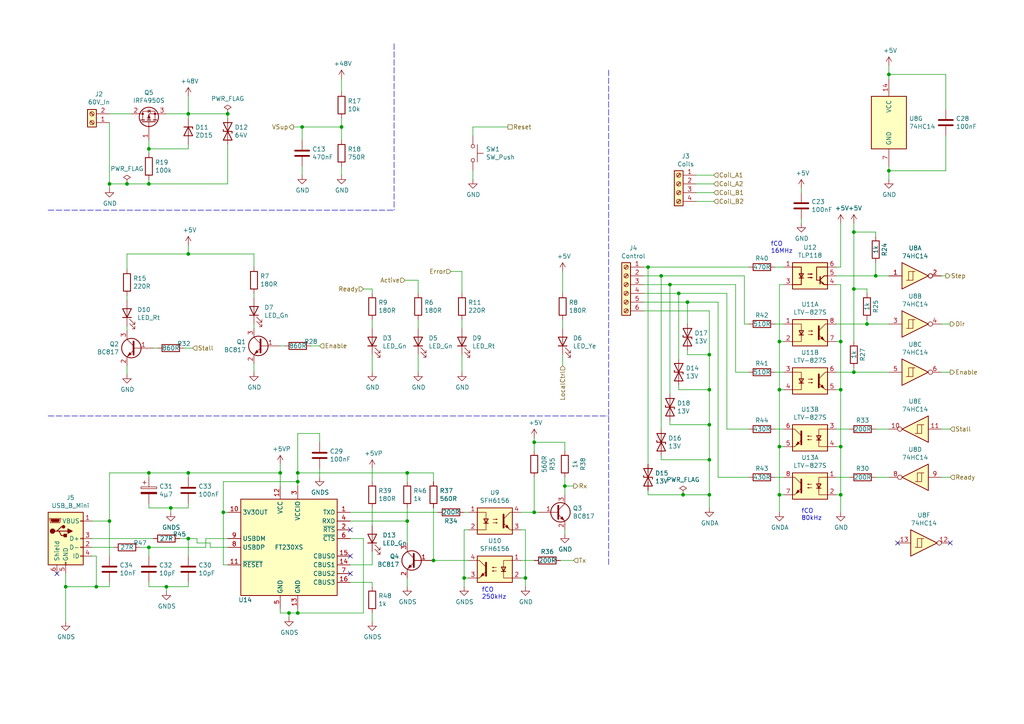
<source format=kicad_sch>
(kicad_sch (version 20211123) (generator eeschema)
  (paper "A4")
  (title_block (title "High Power Stepper Driver") (date "2019-12-19") (rev "1.0") (company "fordprfkt@googlemail.com") (comment 1 "Daniel Walter"))
  (junction (at 247.65 107.95))
  (junction (at 19.05 170.18))
  (junction (at 152.4 167.64))
  (junction (at 54.61 73.66))
  (junction (at 205.74 133.35))
  (junction (at 31.75 151.13))
  (junction (at 243.84 99.06))
  (junction (at 125.73 162.56))
  (junction (at 194.31 82.55))
  (junction (at 191.77 80.01))
  (junction (at 254 80.01))
  (junction (at 198.12 143.51))
  (junction (at 243.84 113.03))
  (junction (at 118.11 151.13))
  (junction (at 226.06 113.03))
  (junction (at 257.81 49.53))
  (junction (at 257.81 21.59))
  (junction (at 64.77 148.59))
  (junction (at 163.83 140.97))
  (junction (at 49.53 147.32))
  (junction (at 196.85 85.09))
  (junction (at 247.65 67.31))
  (junction (at 199.39 87.63))
  (junction (at 226.06 99.06))
  (junction (at 187.96 77.47))
  (junction (at 54.61 156.21))
  (junction (at 83.82 177.8))
  (junction (at 99.06 36.83))
  (junction (at 205.74 123.19))
  (junction (at 243.84 143.51))
  (junction (at 54.61 137.16))
  (junction (at 243.84 129.54))
  (junction (at 48.26 170.18))
  (junction (at 205.74 143.51))
  (junction (at 36.83 53.34))
  (junction (at 81.28 137.16))
  (junction (at 66.04 33.02))
  (junction (at 43.18 158.75))
  (junction (at 226.06 143.51))
  (junction (at 86.36 177.8))
  (junction (at 154.94 128.27))
  (junction (at 154.94 148.59))
  (junction (at 54.61 33.02))
  (junction (at 134.62 167.64))
  (junction (at 86.36 139.7))
  (junction (at 87.63 36.83))
  (junction (at 251.46 93.98))
  (junction (at 43.18 137.16))
  (junction (at 205.74 102.87))
  (junction (at 205.74 113.03))
  (junction (at 118.11 137.16))
  (junction (at 27.94 170.18))
  (junction (at 226.06 129.54))
  (junction (at 86.36 137.16))
  (junction (at 43.18 43.18))
  (junction (at 31.75 53.34))
  (junction (at 247.65 83.82))
  (junction (at 43.18 53.34))
  (no_connect (at 16.51 166.37))
  (no_connect (at 275.59 157.48))
  (no_connect (at 101.6 166.37))
  (no_connect (at 101.6 161.29))
  (no_connect (at 101.6 153.67))
  (no_connect (at 260.35 157.48))
  (wire (pts (xy 55.88 100.965) (xy 53.34 100.965)))
  (wire (pts (xy 226.06 99.06) (xy 226.06 82.55)))
  (wire (pts (xy 31.75 33.02) (xy 38.1 33.02)))
  (wire (pts (xy 163.83 140.97) (xy 163.83 143.51)))
  (wire (pts (xy 137.16 36.83) (xy 137.16 39.37)))
  (wire (pts (xy 83.82 177.8) (xy 81.28 177.8)))
  (wire (pts (xy 118.11 157.48) (xy 118.11 151.13)))
  (wire (pts (xy 243.84 99.06) (xy 243.84 113.03)))
  (wire (pts (xy 81.28 137.16) (xy 81.28 134.62)))
  (wire (pts (xy 194.31 114.3) (xy 194.31 82.55)))
  (wire (pts (xy 191.77 124.46) (xy 191.77 80.01)))
  (wire (pts (xy 101.6 156.21) (xy 105.41 156.21)))
  (wire (pts (xy 215.9 80.01) (xy 215.9 93.98)))
  (wire (pts (xy 274.32 39.37) (xy 274.32 49.53)))
  (wire (pts (xy 186.69 77.47) (xy 187.96 77.47)))
  (wire (pts (xy 254 80.01) (xy 257.81 80.01)))
  (wire (pts (xy 49.53 147.32) (xy 54.61 147.32)))
  (wire (pts (xy 247.65 83.82) (xy 247.65 99.06)))
  (wire (pts (xy 247.65 106.68) (xy 247.65 107.95)))
  (wire (pts (xy 254 138.43) (xy 257.81 138.43)))
  (wire (pts (xy 125.73 137.16) (xy 118.11 137.16)))
  (wire (pts (xy 48.26 33.02) (xy 54.61 33.02)))
  (wire (pts (xy 154.94 138.43) (xy 154.94 148.59)))
  (wire (pts (xy 64.77 163.83) (xy 66.04 163.83)))
  (wire (pts (xy 163.195 78.74) (xy 163.195 85.09)))
  (wire (pts (xy 187.96 143.51) (xy 198.12 143.51)))
  (wire (pts (xy 86.36 177.8) (xy 83.82 177.8)))
  (wire (pts (xy 43.18 161.29) (xy 43.18 158.75)))
  (wire (pts (xy 27.94 170.18) (xy 31.75 170.18)))
  (wire (pts (xy 187.96 142.24) (xy 187.96 143.51)))
  (wire (pts (xy 125.73 162.56) (xy 135.89 162.56)))
  (wire (pts (xy 163.83 128.27) (xy 163.83 130.81)))
  (wire (pts (xy 107.95 83.82) (xy 107.95 85.09)))
  (wire (pts (xy 273.05 80.01) (xy 274.32 80.01)))
  (wire (pts (xy 31.75 170.18) (xy 31.75 168.91)))
  (wire (pts (xy 242.57 138.43) (xy 246.38 138.43)))
  (wire (pts (xy 207.01 53.34) (xy 201.93 53.34)))
  (wire (pts (xy 257.81 21.59) (xy 257.81 22.86)))
  (wire (pts (xy 59.69 156.21) (xy 66.04 156.21)))
  (wire (pts (xy 45.72 100.965) (xy 44.45 100.965)))
  (wire (pts (xy 86.36 139.7) (xy 86.36 137.16)))
  (wire (pts (xy 107.95 168.91) (xy 107.95 170.18)))
  (wire (pts (xy 227.33 138.43) (xy 224.79 138.43)))
  (wire (pts (xy 43.18 170.18) (xy 48.26 170.18)))
  (wire (pts (xy 163.195 92.71) (xy 163.195 95.25)))
  (wire (pts (xy 64.77 148.59) (xy 64.77 163.83)))
  (wire (pts (xy 213.36 82.55) (xy 213.36 107.95)))
  (wire (pts (xy 242.57 107.95) (xy 247.65 107.95)))
  (wire (pts (xy 199.39 93.98) (xy 199.39 87.63)))
  (wire (pts (xy 210.82 124.46) (xy 217.17 124.46)))
  (wire (pts (xy 48.26 170.18) (xy 54.61 170.18)))
  (wire (pts (xy 194.31 121.92) (xy 194.31 123.19)))
  (wire (pts (xy 36.83 73.66) (xy 54.61 73.66)))
  (wire (pts (xy 215.9 93.98) (xy 217.17 93.98)))
  (wire (pts (xy 205.74 90.17) (xy 205.74 102.87)))
  (wire (pts (xy 242.57 99.06) (xy 243.84 99.06)))
  (wire (pts (xy 26.67 151.13) (xy 31.75 151.13)))
  (wire (pts (xy 226.06 82.55) (xy 227.33 82.55)))
  (wire (pts (xy 54.61 161.29) (xy 54.61 156.21)))
  (wire (pts (xy 27.94 161.29) (xy 26.67 161.29)))
  (wire (pts (xy 257.81 49.53) (xy 257.81 48.26)))
  (wire (pts (xy 87.63 36.83) (xy 99.06 36.83)))
  (wire (pts (xy 242.57 124.46) (xy 246.38 124.46)))
  (wire (pts (xy 121.285 107.95) (xy 121.285 102.87)))
  (wire (pts (xy 154.94 127) (xy 154.94 128.27)))
  (wire (pts (xy 134.62 167.64) (xy 134.62 170.18)))
  (wire (pts (xy 81.28 137.16) (xy 81.28 140.97)))
  (wire (pts (xy 43.18 53.34) (xy 43.18 52.07)))
  (wire (pts (xy 86.36 139.7) (xy 86.36 140.97)))
  (wire (pts (xy 64.77 148.59) (xy 64.77 139.7)))
  (wire (pts (xy 81.28 100.33) (xy 82.55 100.33)))
  (wire (pts (xy 227.33 129.54) (xy 226.06 129.54)))
  (wire (pts (xy 48.26 170.18) (xy 48.26 171.45)))
  (wire (pts (xy 207.01 55.88) (xy 201.93 55.88)))
  (wire (pts (xy 151.13 167.64) (xy 152.4 167.64)))
  (wire (pts (xy 26.67 158.75) (xy 33.02 158.75)))
  (wire (pts (xy 57.15 156.21) (xy 57.15 157.48)))
  (wire (pts (xy 101.6 151.13) (xy 118.11 151.13)))
  (wire (pts (xy 274.32 31.75) (xy 274.32 21.59)))
  (wire (pts (xy 154.94 162.56) (xy 151.13 162.56)))
  (wire (pts (xy 31.75 35.56) (xy 31.75 53.34)))
  (wire (pts (xy 194.31 82.55) (xy 213.36 82.55)))
  (wire (pts (xy 196.85 113.03) (xy 205.74 113.03)))
  (wire (pts (xy 118.11 137.16) (xy 86.36 137.16)))
  (wire (pts (xy 86.36 125.73) (xy 92.71 125.73)))
  (wire (pts (xy 257.81 124.46) (xy 254 124.46)))
  (wire (pts (xy 243.84 113.03) (xy 243.84 129.54)))
  (wire (pts (xy 85.09 36.83) (xy 87.63 36.83)))
  (wire (pts (xy 154.94 128.27) (xy 163.83 128.27)))
  (wire (pts (xy 134.62 148.59) (xy 135.89 148.59)))
  (wire (pts (xy 251.46 85.09) (xy 251.46 83.82)))
  (wire (pts (xy 54.61 147.32) (xy 54.61 146.05)))
  (wire (pts (xy 154.94 148.59) (xy 151.13 148.59)))
  (wire (pts (xy 205.74 123.19) (xy 205.74 133.35)))
  (wire (pts (xy 187.96 77.47) (xy 217.17 77.47)))
  (wire (pts (xy 199.39 87.63) (xy 208.28 87.63)))
  (wire (pts (xy 227.33 93.98) (xy 224.79 93.98)))
  (wire (pts (xy 99.06 36.83) (xy 99.06 34.29)))
  (wire (pts (xy 43.18 158.75) (xy 59.69 158.75)))
  (wire (pts (xy 43.18 168.91) (xy 43.18 170.18)))
  (wire (pts (xy 54.61 73.66) (xy 73.66 73.66)))
  (polyline (pts (xy 13.97 60.96) (xy 114.3 60.96)))
  (wire (pts (xy 152.4 153.67) (xy 151.13 153.67)))
  (wire (pts (xy 64.77 139.7) (xy 86.36 139.7)))
  (wire (pts (xy 66.04 53.34) (xy 66.04 41.91)))
  (wire (pts (xy 242.57 93.98) (xy 251.46 93.98)))
  (wire (pts (xy 210.82 85.09) (xy 210.82 124.46)))
  (wire (pts (xy 251.46 83.82) (xy 247.65 83.82)))
  (wire (pts (xy 54.61 73.66) (xy 54.61 71.12)))
  (wire (pts (xy 117.475 81.28) (xy 121.285 81.28)))
  (wire (pts (xy 227.33 143.51) (xy 226.06 143.51)))
  (wire (pts (xy 134.62 153.67) (xy 135.89 153.67)))
  (wire (pts (xy 273.05 93.98) (xy 275.59 93.98)))
  (wire (pts (xy 247.65 67.31) (xy 247.65 83.82)))
  (wire (pts (xy 43.18 146.05) (xy 43.18 147.32)))
  (wire (pts (xy 226.06 113.03) (xy 226.06 129.54)))
  (wire (pts (xy 73.66 107.95) (xy 73.66 105.41)))
  (wire (pts (xy 107.95 95.25) (xy 107.95 92.71)))
  (wire (pts (xy 137.16 49.53) (xy 137.16 52.07)))
  (wire (pts (xy 118.11 170.18) (xy 118.11 167.64)))
  (wire (pts (xy 118.11 151.13) (xy 118.11 147.32)))
  (wire (pts (xy 40.64 158.75) (xy 43.18 158.75)))
  (wire (pts (xy 207.01 58.42) (xy 201.93 58.42)))
  (wire (pts (xy 243.84 129.54) (xy 242.57 129.54)))
  (wire (pts (xy 242.57 113.03) (xy 243.84 113.03)))
  (wire (pts (xy 43.18 40.64) (xy 43.18 43.18)))
  (wire (pts (xy 199.39 102.87) (xy 205.74 102.87)))
  (wire (pts (xy 232.41 64.77) (xy 232.41 63.5)))
  (wire (pts (xy 186.69 80.01) (xy 191.77 80.01)))
  (wire (pts (xy 31.75 161.29) (xy 31.75 151.13)))
  (wire (pts (xy 107.95 180.34) (xy 107.95 177.8)))
  (wire (pts (xy 87.63 40.64) (xy 87.63 36.83)))
  (wire (pts (xy 54.61 33.02) (xy 54.61 27.94)))
  (wire (pts (xy 43.18 43.18) (xy 43.18 44.45)))
  (wire (pts (xy 275.59 138.43) (xy 273.05 138.43)))
  (wire (pts (xy 99.06 40.64) (xy 99.06 36.83)))
  (wire (pts (xy 213.36 107.95) (xy 217.17 107.95)))
  (wire (pts (xy 273.05 124.46) (xy 275.59 124.46)))
  (wire (pts (xy 54.61 137.16) (xy 81.28 137.16)))
  (wire (pts (xy 147.32 36.83) (xy 137.16 36.83)))
  (wire (pts (xy 152.4 167.64) (xy 152.4 170.18)))
  (wire (pts (xy 19.05 166.37) (xy 19.05 170.18)))
  (wire (pts (xy 243.84 77.47) (xy 243.84 64.77)))
  (wire (pts (xy 54.61 33.02) (xy 66.04 33.02)))
  (wire (pts (xy 81.28 177.8) (xy 81.28 176.53)))
  (wire (pts (xy 92.71 138.43) (xy 92.71 135.89)))
  (wire (pts (xy 243.84 129.54) (xy 243.84 143.51)))
  (wire (pts (xy 105.41 83.82) (xy 107.95 83.82)))
  (wire (pts (xy 118.11 137.16) (xy 118.11 139.7)))
  (wire (pts (xy 36.83 85.725) (xy 36.83 86.995)))
  (wire (pts (xy 135.89 167.64) (xy 134.62 167.64)))
  (wire (pts (xy 101.6 168.91) (xy 107.95 168.91)))
  (wire (pts (xy 107.95 152.4) (xy 107.95 147.32)))
  (wire (pts (xy 54.61 170.18) (xy 54.61 168.91)))
  (wire (pts (xy 194.31 123.19) (xy 205.74 123.19)))
  (polyline (pts (xy 13.97 120.65) (xy 176.53 120.65)))
  (wire (pts (xy 247.65 64.77) (xy 247.65 67.31)))
  (wire (pts (xy 196.85 85.09) (xy 210.82 85.09)))
  (wire (pts (xy 208.28 138.43) (xy 217.17 138.43)))
  (wire (pts (xy 73.66 73.66) (xy 73.66 77.47)))
  (wire (pts (xy 60.96 157.48) (xy 60.96 158.75)))
  (wire (pts (xy 44.45 156.21) (xy 26.67 156.21)))
  (wire (pts (xy 242.57 77.47) (xy 243.84 77.47)))
  (wire (pts (xy 208.28 87.63) (xy 208.28 138.43)))
  (wire (pts (xy 232.41 55.88) (xy 232.41 54.61)))
  (wire (pts (xy 247.65 107.95) (xy 257.81 107.95)))
  (wire (pts (xy 54.61 41.91) (xy 54.61 43.18)))
  (wire (pts (xy 186.69 87.63) (xy 199.39 87.63)))
  (wire (pts (xy 274.32 49.53) (xy 257.81 49.53)))
  (wire (pts (xy 105.41 156.21) (xy 105.41 177.8)))
  (wire (pts (xy 163.195 102.87) (xy 163.195 106.045)))
  (wire (pts (xy 125.73 147.32) (xy 125.73 162.56)))
  (wire (pts (xy 226.06 143.51) (xy 226.06 148.59)))
  (wire (pts (xy 83.82 177.8) (xy 83.82 179.07)))
  (wire (pts (xy 107.95 139.7) (xy 107.95 135.89)))
  (polyline (pts (xy 114.3 12.7) (xy 114.3 60.96)))
  (wire (pts (xy 66.04 33.02) (xy 66.04 34.29)))
  (wire (pts (xy 36.83 108.585) (xy 36.83 106.045)))
  (wire (pts (xy 60.96 158.75) (xy 66.04 158.75)))
  (wire (pts (xy 92.71 125.73) (xy 92.71 128.27)))
  (wire (pts (xy 133.985 107.95) (xy 133.985 102.87)))
  (wire (pts (xy 27.94 170.18) (xy 27.94 161.29)))
  (wire (pts (xy 105.41 177.8) (xy 86.36 177.8)))
  (wire (pts (xy 242.57 143.51) (xy 243.84 143.51)))
  (wire (pts (xy 31.75 53.34) (xy 36.83 53.34)))
  (wire (pts (xy 90.17 100.33) (xy 92.71 100.33)))
  (wire (pts (xy 275.59 107.95) (xy 273.05 107.95)))
  (wire (pts (xy 64.77 148.59) (xy 66.04 148.59)))
  (wire (pts (xy 257.81 52.07) (xy 257.81 49.53)))
  (wire (pts (xy 227.33 107.95) (xy 224.79 107.95)))
  (wire (pts (xy 227.33 113.03) (xy 226.06 113.03)))
  (wire (pts (xy 134.62 167.64) (xy 134.62 153.67)))
  (wire (pts (xy 196.85 111.76) (xy 196.85 113.03)))
  (wire (pts (xy 163.83 138.43) (xy 163.83 140.97)))
  (wire (pts (xy 73.66 86.36) (xy 73.66 85.09)))
  (wire (pts (xy 205.74 102.87) (xy 205.74 113.03)))
  (wire (pts (xy 187.96 134.62) (xy 187.96 77.47)))
  (wire (pts (xy 99.06 50.8) (xy 99.06 48.26)))
  (wire (pts (xy 19.05 170.18) (xy 19.05 180.34)))
  (wire (pts (xy 166.37 140.97) (xy 163.83 140.97)))
  (wire (pts (xy 191.77 80.01) (xy 215.9 80.01)))
  (wire (pts (xy 101.6 148.59) (xy 127 148.59)))
  (wire (pts (xy 186.69 82.55) (xy 194.31 82.55)))
  (wire (pts (xy 130.81 78.74) (xy 133.985 78.74)))
  (wire (pts (xy 191.77 132.08) (xy 191.77 133.35)))
  (wire (pts (xy 133.985 95.25) (xy 133.985 92.71)))
  (wire (pts (xy 31.75 54.61) (xy 31.75 53.34)))
  (wire (pts (xy 121.285 95.25) (xy 121.285 92.71)))
  (wire (pts (xy 205.74 143.51) (xy 205.74 147.32)))
  (wire (pts (xy 19.05 170.18) (xy 27.94 170.18)))
  (wire (pts (xy 243.84 143.51) (xy 243.84 148.59)))
  (wire (pts (xy 242.57 82.55) (xy 243.84 82.55)))
  (wire (pts (xy 31.75 137.16) (xy 31.75 151.13)))
  (wire (pts (xy 163.83 154.94) (xy 163.83 153.67)))
  (wire (pts (xy 254 68.58) (xy 254 67.31)))
  (wire (pts (xy 107.95 102.87) (xy 107.95 107.95)))
  (polyline (pts (xy 176.53 20.32) (xy 176.53 163.83)))
  (wire (pts (xy 205.74 133.35) (xy 205.74 143.51)))
  (wire (pts (xy 254 67.31) (xy 247.65 67.31)))
  (wire (pts (xy 99.06 26.67) (xy 99.06 22.86)))
  (wire (pts (xy 57.15 157.48) (xy 60.96 157.48)))
  (wire (pts (xy 36.83 95.885) (xy 36.83 94.615)))
  (wire (pts (xy 36.83 78.105) (xy 36.83 73.66)))
  (wire (pts (xy 227.33 99.06) (xy 226.06 99.06)))
  (wire (pts (xy 186.69 90.17) (xy 205.74 90.17)))
  (wire (pts (xy 54.61 156.21) (xy 57.15 156.21)))
  (wire (pts (xy 152.4 167.64) (xy 152.4 153.67)))
  (wire (pts (xy 251.46 92.71) (xy 251.46 93.98)))
  (wire (pts (xy 43.18 147.32) (xy 49.53 147.32)))
  (wire (pts (xy 154.94 128.27) (xy 154.94 130.81)))
  (wire (pts (xy 186.69 85.09) (xy 196.85 85.09)))
  (wire (pts (xy 254 76.2) (xy 254 80.01)))
  (wire (pts (xy 101.6 163.83) (xy 107.95 163.83)))
  (wire (pts (xy 86.36 176.53) (xy 86.36 177.8)))
  (wire (pts (xy 166.37 162.56) (xy 162.56 162.56)))
  (wire (pts (xy 198.12 143.51) (xy 205.74 143.51)))
  (wire (pts (xy 227.33 124.46) (xy 224.79 124.46)))
  (wire (pts (xy 87.63 50.8) (xy 87.63 48.26)))
  (wire (pts (xy 242.57 80.01) (xy 254 80.01)))
  (wire (pts (xy 59.69 158.75) (xy 59.69 156.21)))
  (wire (pts (xy 125.73 139.7) (xy 125.73 137.16)))
  (wire (pts (xy 226.06 129.54) (xy 226.06 143.51)))
  (wire (pts (xy 156.21 148.59) (xy 154.94 148.59)))
  (wire (pts (xy 43.18 137.16) (xy 54.61 137.16)))
  (wire (pts (xy 31.75 137.16) (xy 43.18 137.16)))
  (wire (pts (xy 196.85 104.14) (xy 196.85 85.09)))
  (wire (pts (xy 36.83 53.34) (xy 43.18 53.34)))
  (wire (pts (xy 243.84 82.55) (xy 243.84 99.06)))
  (wire (pts (xy 226.06 99.06) (xy 226.06 113.03)))
  (wire (pts (xy 86.36 137.16) (xy 86.36 125.73)))
  (wire (pts (xy 73.66 95.25) (xy 73.66 93.98)))
  (wire (pts (xy 43.18 138.43) (xy 43.18 137.16)))
  (wire (pts (xy 257.81 19.05) (xy 257.81 21.59)))
  (wire (pts (xy 199.39 101.6) (xy 199.39 102.87)))
  (wire (pts (xy 191.77 133.35) (xy 205.74 133.35)))
  (wire (pts (xy 54.61 34.29) (xy 54.61 33.02)))
  (wire (pts (xy 43.18 53.34) (xy 66.04 53.34)))
  (wire (pts (xy 207.01 50.8) (xy 201.93 50.8)))
  (wire (pts (xy 54.61 43.18) (xy 43.18 43.18)))
  (wire (pts (xy 121.285 81.28) (xy 121.285 85.09)))
  (wire (pts (xy 107.95 160.02) (xy 107.95 163.83)))
  (wire (pts (xy 205.74 113.03) (xy 205.74 123.19)))
  (wire (pts (xy 52.07 156.21) (xy 54.61 156.21)))
  (wire (pts (xy 274.32 21.59) (xy 257.81 21.59)))
  (wire (pts (xy 133.985 78.74) (xy 133.985 85.09)))
  (wire (pts (xy 54.61 138.43) (xy 54.61 137.16)))
  (wire (pts (xy 224.79 77.47) (xy 227.33 77.47)))
  (wire (pts (xy 49.53 147.32) (xy 49.53 148.59)))
  (wire (pts (xy 251.46 93.98) (xy 257.81 93.98)))
  (text "fCO \n80kHz\n" (at 232.41 151.13 0) (effects (font (size 1.27 1.27)) (justify left bottom)))
  (text "fCO \n16MHz\n" (at 223.52 73.66 0) (effects (font (size 1.27 1.27)) (justify left bottom)))
  (text "fCO \n250kHz\n" (at 139.7 173.99 0) (effects (font (size 1.27 1.27)) (justify left bottom)))
  (hierarchical_label "Stall" (shape input) (at 275.59 124.46 0))
  (hierarchical_label "Rx" (shape output) (at 166.37 140.97 0))
  (hierarchical_label "Coil_B1" (shape input) (at 207.01 55.88 0))
  (hierarchical_label "Ready" (shape input) (at 105.41 83.82 180))
  (hierarchical_label "Tx" (shape input) (at 166.37 162.56 0))
  (hierarchical_label "Reset" (shape passive) (at 147.32 36.83 0))
  (hierarchical_label "Enable" (shape output) (at 275.59 107.95 0))
  (hierarchical_label "Stall" (shape input) (at 55.88 100.965 0))
  (hierarchical_label "Active" (shape input) (at 117.475 81.28 180))
  (hierarchical_label "Enable" (shape input) (at 92.71 100.33 0))
  (hierarchical_label "Coil_A2" (shape input) (at 207.01 53.34 0))
  (hierarchical_label "LocalCtrl" (shape input) (at 163.195 106.045 270))
  (hierarchical_label "Error" (shape input) (at 130.81 78.74 180))
  (hierarchical_label "Dir" (shape output) (at 275.59 93.98 0))
  (hierarchical_label "Ready" (shape input) (at 275.59 138.43 0))
  (hierarchical_label "Step" (shape output) (at 274.32 80.01 0))
  (hierarchical_label "Coil_A1" (shape input) (at 207.01 50.8 0))
  (hierarchical_label "VSup" (shape output) (at 85.09 36.83 180))
  (hierarchical_label "Coil_B2" (shape input) (at 207.01 58.42 0))
  (symbol (lib_id "Interface_USB:FT230XS") (at 83.82 158.75 0) (unit 1)
    (property "Reference" "U14" (at 71.12 173.99 0))
    (property "Value" "FT230XS" (at 83.82 158.75 0))
    (property "Footprint" "Package_SO:SSOP-16_3.9x4.9mm_P0.635mm" (effects hide))
    (property "Datasheet" "http://www.ftdichip.com/Products/ICs/FT230X.html" (effects hide))
  )
  (symbol (lib_id "Connector:Screw_Terminal_01x02") (at 26.67 35.56 180) (unit 1)
    (property "Reference" "J2" (at 28.702 27.305 0))
    (property "Value" "60V_In" (at 28.702 29.6164 0))
    (property "Footprint" "Connector_Phoenix_MSTB:PhoenixContact_MSTBA_2,5_2-G_1x02_P5.00mm_Horizontal" (effects hide))
  )
  (symbol (lib_id "Connector:Screw_Terminal_01x04") (at 196.85 53.34 0) (mirror y) (unit 1)
    (property "Reference" "J3" (at 198.882 45.2882 0))
    (property "Value" "Coils" (at 198.882 47.5996 0))
    (property "Footprint" "Connector_Phoenix_MSTB:PhoenixContact_MSTBA_2,5_4-G_1x04_P5.00mm_Horizontal" (effects hide))
  )
  (symbol (lib_id "Device:D_TVS") (at 66.04 38.1 270) (unit 1)
    (property "Reference" "D12" (at 68.0466 36.9316 90) (effects (justify left)))
    (property "Value" "64V" (at 68.0466 39.243 90) (effects (justify left)))
    (property "Footprint" "Diode_SMD:D_SMB" (effects hide))
  )
  (symbol (lib_id "power:+48V") (at 54.61 27.94 0) (unit 1)
    (property "Reference" "#PWR036" (effects hide))
    (property "Value" "+48V" (at 54.991 23.5458 0))
  )
  (symbol (lib_id "power:GND") (at 31.75 54.61 0) (unit 1)
    (property "Reference" "#PWR034" (effects hide))
    (property "Value" "GND" (at 31.877 59.0042 0))
  )
  (symbol (lib_id "Device:R") (at 43.18 48.26 0) (unit 1)
    (property "Reference" "R19" (at 44.958 47.0916 0) (effects (justify left)))
    (property "Value" "100k" (at 44.958 49.403 0) (effects (justify left)))
    (property "Footprint" "Resistor_SMD:R_0805_2012Metric" (effects hide))
  )
  (symbol (lib_id "Device:D_Zener") (at 54.61 38.1 270) (unit 1)
    (property "Reference" "D11" (at 56.6166 36.9316 90) (effects (justify left)))
    (property "Value" "ZD15" (at 56.6166 39.243 90) (effects (justify left)))
    (property "Footprint" "Diode_SMD:D_SOT-23_ANK" (effects hide))
  )
  (symbol (lib_id "HPDriver-rescue:USB_B_Mini-Connector") (at 19.05 156.21 0) (unit 1)
    (property "Reference" "J5" (at 20.447 144.3482 0))
    (property "Value" "USB_B_Mini" (at 20.447 146.6596 0))
    (property "Footprint" "Connector_USB:USB_Mini-B_Lumberg_2486_01_Horizontal" (effects hide))
  )
  (symbol (lib_id "Device:R") (at 48.26 156.21 270) (unit 1)
    (property "Reference" "R45" (at 52.07 154.94 90))
    (property "Value" "27R" (at 48.26 156.21 90))
    (property "Footprint" "Resistor_SMD:R_0805_2012Metric" (effects hide))
  )
  (symbol (lib_id "Device:R") (at 36.83 158.75 270) (unit 1)
    (property "Reference" "R47" (at 40.64 157.48 90))
    (property "Value" "27R" (at 36.83 158.75 90))
    (property "Footprint" "Resistor_SMD:R_0805_2012Metric" (effects hide))
  )
  (symbol (lib_id "Device:C") (at 54.61 165.1 0) (unit 1)
    (property "Reference" "C30" (at 57.531 163.9316 0) (effects (justify left)))
    (property "Value" "10pF" (at 57.531 166.243 0) (effects (justify left)))
    (property "Footprint" "Capacitor_SMD:C_0805_2012Metric" (effects hide))
  )
  (symbol (lib_id "Device:C") (at 43.18 165.1 0) (unit 1)
    (property "Reference" "C32" (at 46.101 163.9316 0) (effects (justify left)))
    (property "Value" "10pF" (at 46.101 166.243 0) (effects (justify left)))
    (property "Footprint" "Capacitor_SMD:C_0805_2012Metric" (effects hide))
  )
  (symbol (lib_id "power:GNDS") (at 48.26 171.45 0) (unit 1)
    (property "Reference" "#PWR037" (effects hide))
    (property "Value" "GNDS" (at 48.387 175.8442 0))
  )
  (symbol (lib_id "power:GNDS") (at 19.05 180.34 0) (unit 1)
    (property "Reference" "#PWR033" (effects hide))
    (property "Value" "GNDS" (at 19.177 184.7342 0))
  )
  (symbol (lib_id "Device:C") (at 54.61 142.24 0) (unit 1)
    (property "Reference" "C33" (at 57.531 141.0716 0) (effects (justify left)))
    (property "Value" "100nF" (at 57.531 143.383 0) (effects (justify left)))
    (property "Footprint" "Capacitor_SMD:C_0805_2012Metric" (effects hide))
  )
  (symbol (lib_id "Device:C") (at 31.75 165.1 0) (unit 1)
    (property "Reference" "C34" (at 34.671 163.9316 0) (effects (justify left)))
    (property "Value" "10nF" (at 34.671 166.243 0) (effects (justify left)))
    (property "Footprint" "Capacitor_SMD:C_0805_2012Metric" (effects hide))
  )
  (symbol (lib_id "power:GNDS") (at 49.53 148.59 0) (unit 1)
    (property "Reference" "#PWR038" (effects hide))
    (property "Value" "GNDS" (at 49.657 152.9842 0))
  )
  (symbol (lib_id "Device:C") (at 92.71 132.08 0) (unit 1)
    (property "Reference" "C29" (at 95.631 130.9116 0) (effects (justify left)))
    (property "Value" "100nF" (at 95.631 133.223 0) (effects (justify left)))
    (property "Footprint" "Capacitor_SMD:C_0805_2012Metric" (effects hide))
  )
  (symbol (lib_id "power:GNDS") (at 83.82 179.07 0) (unit 1)
    (property "Reference" "#PWR042" (effects hide))
    (property "Value" "GNDS" (at 83.947 183.4642 0))
  )
  (symbol (lib_id "power:GNDS") (at 92.71 138.43 0) (unit 1)
    (property "Reference" "#PWR044" (effects hide))
    (property "Value" "GNDS" (at 92.837 142.8242 0))
  )
  (symbol (lib_id "Device:C_Polarized") (at 43.18 142.24 0) (unit 1)
    (property "Reference" "C31" (at 46.1772 141.0716 0) (effects (justify left)))
    (property "Value" "4µ7" (at 46.1772 143.383 0) (effects (justify left)))
    (property "Footprint" "Capacitor_SMD:C_0805_2012Metric_Pad1.15x1.40mm_HandSolder" (effects hide))
  )
  (symbol (lib_id "Transistor_BJT:BC817") (at 120.65 162.56 0) (mirror y) (unit 1)
    (property "Reference" "Q4" (at 115.824 161.3916 0) (effects (justify left)))
    (property "Value" "BC817" (at 115.824 163.703 0) (effects (justify left)))
    (property "Footprint" "Package_TO_SOT_SMD:SOT-23" (effects hide))
    (property "Datasheet" "http://www.fairchildsemi.com/ds/BC/BC817.pdf" (effects hide))
  )
  (symbol (lib_id "Device:R") (at 118.11 143.51 0) (unit 1)
    (property "Reference" "R46" (at 119.888 142.3416 0) (effects (justify left)))
    (property "Value" "1k" (at 119.888 144.653 0) (effects (justify left)))
    (property "Footprint" "Resistor_SMD:R_0805_2012Metric" (effects hide))
  )
  (symbol (lib_id "Device:R") (at 125.73 143.51 0) (unit 1)
    (property "Reference" "R37" (at 127.508 142.3416 0) (effects (justify left)))
    (property "Value" "560R" (at 127.508 144.653 0) (effects (justify left)))
    (property "Footprint" "Resistor_SMD:R_0805_2012Metric" (effects hide))
  )
  (symbol (lib_id "power:GNDS") (at 118.11 170.18 0) (unit 1)
    (property "Reference" "#PWR046" (effects hide))
    (property "Value" "GNDS" (at 118.237 174.5742 0))
  )
  (symbol (lib_id "power:GNDS") (at 134.62 170.18 0) (unit 1)
    (property "Reference" "#PWR049" (effects hide))
    (property "Value" "GNDS" (at 134.747 174.5742 0))
  )
  (symbol (lib_id "Device:R") (at 130.81 148.59 270) (unit 1)
    (property "Reference" "R34" (at 130.81 151.13 90))
    (property "Value" "200R" (at 130.81 148.59 90))
    (property "Footprint" "Resistor_SMD:R_0805_2012Metric" (effects hide))
  )
  (symbol (lib_id "power:GND") (at 152.4 170.18 0) (unit 1)
    (property "Reference" "#PWR051" (effects hide))
    (property "Value" "GND" (at 152.527 174.5742 0))
  )
  (symbol (lib_id "Device:R") (at 154.94 134.62 180) (unit 1)
    (property "Reference" "R35" (at 160.1978 134.62 90))
    (property "Value" "560R" (at 157.8864 134.62 90))
    (property "Footprint" "Resistor_SMD:R_0805_2012Metric" (effects hide))
  )
  (symbol (lib_id "Device:R") (at 158.75 162.56 270) (unit 1)
    (property "Reference" "R36" (at 158.75 160.02 90))
    (property "Value" "200R" (at 158.75 162.56 90))
    (property "Footprint" "Resistor_SMD:R_0805_2012Metric" (effects hide))
  )
  (symbol (lib_id "Switch:SW_Push") (at 137.16 44.45 270) (unit 1)
    (property "Reference" "SW1" (at 140.9192 43.2816 90) (effects (justify left)))
    (property "Value" "SW_Push" (at 140.9192 45.593 90) (effects (justify left)))
    (property "Footprint" "Button_Switch_SMD:SW_SPST_B3S-1000" (effects hide))
  )
  (symbol (lib_id "power:GND") (at 137.16 52.07 0) (unit 1)
    (property "Reference" "#PWR047" (effects hide))
    (property "Value" "GND" (at 137.287 56.4642 0))
  )
  (symbol (lib_id "Isolator:TLP131") (at 234.95 80.01 0) (unit 1)
    (property "Reference" "U12" (at 234.95 71.755 0))
    (property "Value" "TLP118" (at 234.95 74.0664 0))
    (property "Footprint" "Package_SO:MFSOP6-5_4.4x3.6mm_P1.27mm" (effects hide))
    (property "Datasheet" "https://toshiba.semicon-storage.com/info/docget.jsp?did=16742&prodName=TLP131" (effects hide))
  )
  (symbol (lib_id "Isolator:LTV-827S") (at 234.95 96.52 0) (unit 1)
    (property "Reference" "U11" (at 234.95 88.265 0))
    (property "Value" "LTV-827S" (at 234.95 90.5764 0))
    (property "Footprint" "Package_DIP:SMDIP-8_W9.53mm" (effects hide))
    (property "Datasheet" "http://www.us.liteon.com/downloads/LTV-817-827-847.PDF" (effects hide))
  )
  (symbol (lib_id "Device:R") (at 250.19 138.43 270) (unit 1)
    (property "Reference" "R30" (at 250.19 135.89 90))
    (property "Value" "200R" (at 250.19 138.43 90))
    (property "Footprint" "Resistor_SMD:R_0805_2012Metric" (effects hide))
  )
  (symbol (lib_id "Device:R") (at 250.19 124.46 270) (unit 1)
    (property "Reference" "R33" (at 250.19 121.92 90))
    (property "Value" "200R" (at 250.19 124.46 90))
    (property "Footprint" "Resistor_SMD:R_0805_2012Metric" (effects hide))
  )
  (symbol (lib_id "Isolator:LTV-827S") (at 234.95 110.49 0) (unit 2)
    (property "Reference" "U11" (at 234.95 102.235 0))
    (property "Value" "LTV-827S" (at 234.95 104.5464 0))
    (property "Footprint" "Package_DIP:SMDIP-8_W9.53mm" (effects hide))
    (property "Datasheet" "http://www.us.liteon.com/downloads/LTV-817-827-847.PDF" (effects hide))
  )
  (symbol (lib_id "Isolator:LTV-827S") (at 234.95 127 0) (mirror y) (unit 2)
    (property "Reference" "U13" (at 234.95 118.745 0))
    (property "Value" "LTV-827S" (at 234.95 121.0564 0))
    (property "Footprint" "Package_DIP:SMDIP-8_W9.53mm" (effects hide))
    (property "Datasheet" "http://www.us.liteon.com/downloads/LTV-817-827-847.PDF" (effects hide))
  )
  (symbol (lib_id "Isolator:LTV-827S") (at 234.95 140.97 0) (mirror y) (unit 1)
    (property "Reference" "U13" (at 234.95 132.715 0))
    (property "Value" "LTV-827S" (at 234.95 135.0264 0))
    (property "Footprint" "Package_DIP:SMDIP-8_W9.53mm" (effects hide))
    (property "Datasheet" "http://www.us.liteon.com/downloads/LTV-817-827-847.PDF" (effects hide))
  )
  (symbol (lib_id "Device:C") (at 274.32 35.56 0) (unit 1)
    (property "Reference" "C28" (at 277.241 34.3916 0) (effects (justify left)))
    (property "Value" "100nF" (at 277.241 36.703 0) (effects (justify left)))
    (property "Footprint" "Capacitor_SMD:C_0805_2012Metric" (effects hide))
  )
  (symbol (lib_id "power:+5V") (at 257.81 19.05 0) (unit 1)
    (property "Reference" "#PWR061" (effects hide))
    (property "Value" "+5V" (at 258.191 14.6558 0))
  )
  (symbol (lib_id "power:GND") (at 257.81 52.07 0) (unit 1)
    (property "Reference" "#PWR062" (effects hide))
    (property "Value" "GND" (at 257.937 56.4642 0))
  )
  (symbol (lib_id "Device:R") (at 220.98 93.98 270) (unit 1)
    (property "Reference" "R42" (at 220.98 91.44 90))
    (property "Value" "510R" (at 220.98 93.98 90))
    (property "Footprint" "Resistor_SMD:R_0805_2012Metric" (effects hide))
  )
  (symbol (lib_id "Device:R") (at 220.98 107.95 270) (unit 1)
    (property "Reference" "R41" (at 220.98 105.41 90))
    (property "Value" "510R" (at 220.98 107.95 90))
    (property "Footprint" "Resistor_SMD:R_0805_2012Metric" (effects hide))
  )
  (symbol (lib_id "Device:R") (at 220.98 124.46 270) (unit 1)
    (property "Reference" "R44" (at 220.98 121.92 90))
    (property "Value" "430R" (at 220.98 124.46 90))
    (property "Footprint" "Resistor_SMD:R_0805_2012Metric" (effects hide))
  )
  (symbol (lib_id "Device:R") (at 220.98 138.43 270) (unit 1)
    (property "Reference" "R43" (at 220.98 135.89 90))
    (property "Value" "430R" (at 220.98 138.43 90))
    (property "Footprint" "Resistor_SMD:R_0805_2012Metric" (effects hide))
  )
  (symbol (lib_id "power:GNDA") (at 226.06 148.59 0) (unit 1)
    (property "Reference" "#PWR055" (effects hide))
    (property "Value" "GNDA" (at 226.187 152.9842 0))
  )
  (symbol (lib_id "Device:R") (at 247.65 102.87 180) (unit 1)
    (property "Reference" "R27" (at 250.19 102.87 90))
    (property "Value" "1k" (at 247.65 102.87 90))
    (property "Footprint" "Resistor_SMD:R_0805_2012Metric" (effects hide))
  )
  (symbol (lib_id "Device:R") (at 251.46 88.9 180) (unit 1)
    (property "Reference" "R25" (at 254 88.9 90))
    (property "Value" "1k" (at 251.46 88.9 90))
    (property "Footprint" "Resistor_SMD:R_0805_2012Metric" (effects hide))
  )
  (symbol (lib_id "power:GND") (at 243.84 148.59 0) (unit 1)
    (property "Reference" "#PWR059" (effects hide))
    (property "Value" "GND" (at 243.967 152.9842 0))
  )
  (symbol (lib_id "Device:LED") (at 107.95 99.06 90) (unit 1)
    (property "Reference" "D3" (at 110.9472 98.0694 90) (effects (justify right)))
    (property "Value" "LED_Gn" (at 110.9472 100.3808 90) (effects (justify right)))
    (property "Footprint" "LED_SMD:LED_0805_2012Metric" (effects hide))
  )
  (symbol (lib_id "Device:LED") (at 73.66 90.17 90) (unit 1)
    (property "Reference" "D7" (at 76.6572 89.1794 90) (effects (justify right)))
    (property "Value" "LED_Gn" (at 76.6572 91.4908 90) (effects (justify right)))
    (property "Footprint" "LED_SMD:LED_0805_2012Metric" (effects hide))
  )
  (symbol (lib_id "Device:LED") (at 36.83 90.805 90) (unit 1)
    (property "Reference" "D10" (at 39.8018 89.8144 90) (effects (justify right)))
    (property "Value" "LED_Rt" (at 39.8018 92.1258 90) (effects (justify right)))
    (property "Footprint" "LED_SMD:LED_0805_2012Metric" (effects hide))
  )
  (symbol (lib_id "Transistor_BJT:BC817") (at 39.37 100.965 0) (mirror y) (unit 1)
    (property "Reference" "Q2" (at 34.5186 99.7966 0) (effects (justify left)))
    (property "Value" "BC817" (at 34.5186 102.108 0) (effects (justify left)))
    (property "Footprint" "Package_TO_SOT_SMD:SOT-23" (effects hide))
    (property "Datasheet" "http://www.fairchildsemi.com/ds/BC/BC817.pdf" (effects hide))
  )
  (symbol (lib_id "Isolator:SFH617A-2X019T") (at 143.51 151.13 0) (unit 1)
    (property "Reference" "U9" (at 143.51 142.875 0))
    (property "Value" "SFH6156" (at 143.51 145.1864 0))
    (property "Footprint" "Package_DIP:SMDIP-4_W7.62mm" (effects hide))
    (property "Datasheet" "http://www.vishay.com/docs/83740/sfh617a.pdf" (effects hide))
  )
  (symbol (lib_id "Transistor_BJT:BC817") (at 76.2 100.33 0) (mirror y) (unit 1)
    (property "Reference" "Q1" (at 71.3486 99.1616 0) (effects (justify left)))
    (property "Value" "BC817" (at 71.3486 101.473 0) (effects (justify left)))
    (property "Footprint" "Package_TO_SOT_SMD:SOT-23" (effects hide))
    (property "Datasheet" "http://www.fairchildsemi.com/ds/BC/BC817.pdf" (effects hide))
  )
  (symbol (lib_id "Isolator:SFH617A-2X019T") (at 143.51 165.1 0) (mirror y) (unit 1)
    (property "Reference" "U10" (at 143.51 156.845 0))
    (property "Value" "SFH6156" (at 143.51 159.1564 0))
    (property "Footprint" "Package_DIP:SMDIP-4_W7.62mm" (effects hide))
    (property "Datasheet" "http://www.vishay.com/docs/83740/sfh617a.pdf" (effects hide))
  )
  (symbol (lib_id "power:GND") (at 36.83 108.585 0) (unit 1)
    (property "Reference" "#PWR035" (effects hide))
    (property "Value" "GND" (at 36.957 112.9792 0))
  )
  (symbol (lib_id "power:GND") (at 107.95 107.95 0) (unit 1)
    (property "Reference" "#PWR040" (effects hide))
    (property "Value" "GND" (at 108.077 112.3442 0))
  )
  (symbol (lib_id "power:GND") (at 73.66 107.95 0) (unit 1)
    (property "Reference" "#PWR043" (effects hide))
    (property "Value" "GND" (at 73.787 112.3442 0))
  )
  (symbol (lib_id "Device:R") (at 36.83 81.915 0) (unit 1)
    (property "Reference" "R15" (at 38.608 80.7466 0) (effects (justify left)))
    (property "Value" "220R" (at 38.608 83.058 0) (effects (justify left)))
    (property "Footprint" "Resistor_SMD:R_0805_2012Metric" (effects hide))
  )
  (symbol (lib_id "Device:R") (at 107.95 88.9 0) (unit 1)
    (property "Reference" "R9" (at 109.728 87.7316 0) (effects (justify left)))
    (property "Value" "180R" (at 109.728 90.043 0) (effects (justify left)))
    (property "Footprint" "Resistor_SMD:R_0805_2012Metric" (effects hide))
  )
  (symbol (lib_id "Device:R") (at 73.66 81.28 0) (unit 1)
    (property "Reference" "R7" (at 75.438 80.1116 0) (effects (justify left)))
    (property "Value" "180R" (at 75.438 82.423 0) (effects (justify left)))
    (property "Footprint" "Resistor_SMD:R_0805_2012Metric" (effects hide))
  )
  (symbol (lib_id "power:+5V") (at 54.61 71.12 0) (unit 1)
    (property "Reference" "#PWR039" (effects hide))
    (property "Value" "+5V" (at 54.991 66.7258 0))
  )
  (symbol (lib_id "Device:R") (at 220.98 77.47 270) (unit 1)
    (property "Reference" "R40" (at 220.98 74.93 90))
    (property "Value" "470R" (at 220.98 77.47 90))
    (property "Footprint" "Resistor_SMD:R_0805_2012Metric" (effects hide))
  )
  (symbol (lib_id "power:+5V") (at 243.84 64.77 0) (unit 1)
    (property "Reference" "#PWR058" (effects hide))
    (property "Value" "+5V" (at 244.221 60.3758 0))
  )
  (symbol (lib_id "Device:C") (at 232.41 59.69 0) (unit 1)
    (property "Reference" "C23" (at 235.331 58.5216 0) (effects (justify left)))
    (property "Value" "100nF" (at 235.331 60.833 0) (effects (justify left)))
    (property "Footprint" "Capacitor_SMD:C_0805_2012Metric" (effects hide))
  )
  (symbol (lib_id "Device:R") (at 254 72.39 180) (unit 1)
    (property "Reference" "R24" (at 256.54 72.39 90))
    (property "Value" "1k" (at 254 72.39 90))
    (property "Footprint" "Resistor_SMD:R_0805_2012Metric" (effects hide))
  )
  (symbol (lib_id "Connector:Screw_Terminal_01x06") (at 181.61 82.55 0) (mirror y) (unit 1)
    (property "Reference" "J4" (at 183.6928 71.9582 0))
    (property "Value" "Control" (at 183.6928 74.2696 0))
    (property "Footprint" "Connector_Phoenix_MSTB:PhoenixContact_MSTBA_2,5_6-G_1x06_P5.00mm_Horizontal" (effects hide))
  )
  (symbol (lib_id "power:+5V") (at 247.65 64.77 0) (unit 1)
    (property "Reference" "#PWR060" (effects hide))
    (property "Value" "+5V" (at 248.031 60.3758 0))
  )
  (symbol (lib_id "Device:R") (at 49.53 100.965 270) (unit 1)
    (property "Reference" "R32" (at 53.34 99.695 90))
    (property "Value" "860R" (at 49.53 100.965 90))
    (property "Footprint" "Resistor_SMD:R_0805_2012Metric" (effects hide))
  )
  (symbol (lib_id "power:+5V") (at 232.41 54.61 0) (unit 1)
    (property "Reference" "#PWR056" (effects hide))
    (property "Value" "+5V" (at 232.791 50.2158 0))
  )
  (symbol (lib_id "power:GND") (at 232.41 64.77 0) (unit 1)
    (property "Reference" "#PWR057" (effects hide))
    (property "Value" "GND" (at 232.537 69.1642 0))
  )
  (symbol (lib_id "power:GNDA") (at 205.74 147.32 0) (unit 1)
    (property "Reference" "#PWR054" (effects hide))
    (property "Value" "GNDA" (at 205.867 151.7142 0))
  )
  (symbol (lib_id "74xx:74HC14") (at 265.43 80.01 0) (unit 1)
    (property "Reference" "U8" (at 265.43 71.9582 0))
    (property "Value" "74HC14" (at 265.43 74.2696 0))
    (property "Footprint" "Package_SO:SOIC-14_3.9x8.7mm_P1.27mm" (effects hide))
    (property "Datasheet" "http://www.ti.com/lit/gpn/sn74HC14" (effects hide))
  )
  (symbol (lib_id "74xx:74HC14") (at 265.43 93.98 0) (unit 2)
    (property "Reference" "U8" (at 265.43 85.9282 0))
    (property "Value" "74HC14" (at 265.43 88.2396 0))
    (property "Footprint" "Package_SO:SOIC-14_3.9x8.7mm_P1.27mm" (effects hide))
    (property "Datasheet" "http://www.ti.com/lit/gpn/sn74HC14" (effects hide))
  )
  (symbol (lib_id "74xx:74HC14") (at 265.43 107.95 0) (unit 3)
    (property "Reference" "U8" (at 265.43 99.8982 0))
    (property "Value" "74HC14" (at 265.43 102.2096 0))
    (property "Footprint" "Package_SO:SOIC-14_3.9x8.7mm_P1.27mm" (effects hide))
    (property "Datasheet" "http://www.ti.com/lit/gpn/sn74HC14" (effects hide))
  )
  (symbol (lib_id "74xx:74HC14") (at 265.43 138.43 180) (unit 4)
    (property "Reference" "U8" (at 265.43 130.3782 0))
    (property "Value" "74HC14" (at 265.43 132.6896 0))
    (property "Footprint" "Package_SO:SOIC-14_3.9x8.7mm_P1.27mm" (effects hide))
    (property "Datasheet" "http://www.ti.com/lit/gpn/sn74HC14" (effects hide))
  )
  (symbol (lib_id "74xx:74HC14") (at 265.43 124.46 180) (unit 5)
    (property "Reference" "U8" (at 265.43 116.4082 0))
    (property "Value" "74HC14" (at 265.43 118.7196 0))
    (property "Footprint" "Package_SO:SOIC-14_3.9x8.7mm_P1.27mm" (effects hide))
    (property "Datasheet" "http://www.ti.com/lit/gpn/sn74HC14" (effects hide))
  )
  (symbol (lib_id "74xx:74HC14") (at 267.97 157.48 0) (unit 6)
    (property "Reference" "U8" (at 267.97 149.4282 0))
    (property "Value" "74HC14" (at 267.97 151.7396 0))
    (property "Footprint" "Package_SO:SOIC-14_3.9x8.7mm_P1.27mm" (effects hide))
    (property "Datasheet" "http://www.ti.com/lit/gpn/sn74HC14" (effects hide))
  )
  (symbol (lib_id "74xx:74HC14") (at 257.81 35.56 0) (unit 7)
    (property "Reference" "U8" (at 263.652 34.3916 0) (effects (justify left)))
    (property "Value" "74HC14" (at 263.652 36.703 0) (effects (justify left)))
    (property "Footprint" "Package_SO:SOIC-14_3.9x8.7mm_P1.27mm" (effects hide))
    (property "Datasheet" "http://www.ti.com/lit/gpn/sn74HC14" (effects hide))
  )
  (symbol (lib_id "Device:Q_PMOS_GDS") (at 43.18 35.56 90) (unit 1)
    (property "Reference" "Q5" (at 43.18 26.8478 90))
    (property "Value" "IRF4950S" (at 43.18 29.1592 90))
    (property "Footprint" "Package_TO_SOT_SMD:TO-263-2" (effects hide))
  )
  (symbol (lib_id "Device:R") (at 86.36 100.33 270) (unit 1)
    (property "Reference" "R28" (at 90.17 99.06 90))
    (property "Value" "860R" (at 86.36 100.33 90))
    (property "Footprint" "Resistor_SMD:R_0805_2012Metric" (effects hide))
  )
  (symbol (lib_id "Transistor_BJT:BC817") (at 161.29 148.59 0) (unit 1)
    (property "Reference" "Q3" (at 166.116 147.4216 0) (effects (justify left)))
    (property "Value" "BC817" (at 166.116 149.733 0) (effects (justify left)))
    (property "Footprint" "Package_TO_SOT_SMD:SOT-23" (effects hide))
    (property "Datasheet" "http://www.fairchildsemi.com/ds/BC/BC817.pdf" (effects hide))
  )
  (symbol (lib_id "Device:R") (at 163.83 134.62 180) (unit 1)
    (property "Reference" "R38" (at 169.0878 134.62 90))
    (property "Value" "1k" (at 166.7764 134.62 90))
    (property "Footprint" "Resistor_SMD:R_0805_2012Metric" (effects hide))
  )
  (symbol (lib_id "power:+5V") (at 154.94 127 0) (unit 1)
    (property "Reference" "#PWR052" (effects hide))
    (property "Value" "+5V" (at 155.321 122.6058 0))
  )
  (symbol (lib_id "power:GND") (at 163.83 154.94 0) (unit 1)
    (property "Reference" "#PWR053" (effects hide))
    (property "Value" "GND" (at 163.957 159.3342 0))
  )
  (symbol (lib_id "Device:R") (at 121.285 88.9 0) (unit 1)
    (property "Reference" "R6" (at 123.063 87.7316 0) (effects (justify left)))
    (property "Value" "180R" (at 123.063 90.043 0) (effects (justify left)))
    (property "Footprint" "Resistor_SMD:R_0805_2012Metric" (effects hide))
  )
  (symbol (lib_id "Device:R") (at 133.985 88.9 0) (unit 1)
    (property "Reference" "R11" (at 135.763 87.7316 0) (effects (justify left)))
    (property "Value" "220R" (at 135.763 90.043 0) (effects (justify left)))
    (property "Footprint" "Resistor_SMD:R_0805_2012Metric" (effects hide))
  )
  (symbol (lib_id "Device:LED") (at 133.985 99.06 90) (unit 1)
    (property "Reference" "D9" (at 136.9568 98.0694 90) (effects (justify right)))
    (property "Value" "LED_Rt" (at 136.9568 100.3808 90) (effects (justify right)))
    (property "Footprint" "LED_SMD:LED_0805_2012Metric" (effects hide))
  )
  (symbol (lib_id "Device:LED") (at 121.285 99.06 90) (unit 1)
    (property "Reference" "D5" (at 124.2822 98.0694 90) (effects (justify right)))
    (property "Value" "LED_Gn" (at 124.2822 100.3808 90) (effects (justify right)))
    (property "Footprint" "LED_SMD:LED_0805_2012Metric" (effects hide))
  )
  (symbol (lib_id "power:GND") (at 121.285 107.95 0) (unit 1)
    (property "Reference" "#PWR048" (effects hide))
    (property "Value" "GND" (at 121.412 112.3442 0))
  )
  (symbol (lib_id "power:GND") (at 133.985 107.95 0) (unit 1)
    (property "Reference" "#PWR050" (effects hide))
    (property "Value" "GND" (at 134.112 112.3442 0))
  )
  (symbol (lib_id "Device:LED") (at 107.95 156.21 90) (unit 1)
    (property "Reference" "D13" (at 110.9472 155.2194 90) (effects (justify right)))
    (property "Value" "LED_Gn" (at 110.9472 157.5308 90) (effects (justify right)))
    (property "Footprint" "LED_SMD:LED_0805_2012Metric" (effects hide))
  )
  (symbol (lib_id "Device:R") (at 107.95 143.51 0) (unit 1)
    (property "Reference" "R39" (at 109.728 142.3416 0) (effects (justify left)))
    (property "Value" "180R" (at 109.728 144.653 0) (effects (justify left)))
    (property "Footprint" "Resistor_SMD:R_0805_2012Metric" (effects hide))
  )
  (symbol (lib_id "power:+5VP") (at 81.28 134.62 0) (unit 1)
    (property "Reference" "#PWR041" (effects hide))
    (property "Value" "+5VP" (at 81.661 130.2258 0))
  )
  (symbol (lib_id "power:+5VP") (at 107.95 135.89 0) (unit 1)
    (property "Reference" "#PWR045" (effects hide))
    (property "Value" "+5VP" (at 108.331 131.4958 0))
  )
  (symbol (lib_id "Device:C") (at 87.63 44.45 0) (unit 1)
    (property "Reference" "C13" (at 90.551 43.2816 0) (effects (justify left)))
    (property "Value" "470nF" (at 90.551 45.593 0) (effects (justify left)))
    (property "Footprint" "Capacitor_SMD:C_0805_2012Metric" (effects hide))
  )
  (symbol (lib_id "power:GND") (at 87.63 50.8 0) (unit 1)
    (property "Reference" "#PWR0106" (effects hide))
    (property "Value" "GND" (at 87.757 55.1942 0))
  )
  (symbol (lib_id "power:GNDS") (at 107.95 180.34 0) (unit 1)
    (property "Reference" "#PWR0108" (effects hide))
    (property "Value" "GNDS" (at 108.077 184.7342 0))
  )
  (symbol (lib_id "Device:R") (at 107.95 173.99 0) (unit 1)
    (property "Reference" "R48" (at 109.728 172.8216 0) (effects (justify left)))
    (property "Value" "1k" (at 109.728 175.133 0) (effects (justify left)))
    (property "Footprint" "Resistor_SMD:R_0805_2012Metric" (effects hide))
  )
  (symbol (lib_id "Device:D_TVS") (at 194.31 118.11 270) (unit 1)
    (property "Reference" "D18" (at 196.342 116.9416 90) (effects (justify left)))
    (property "Value" "13V" (at 196.342 119.253 90) (effects (justify left)))
    (property "Footprint" "Diode_SMD:D_SMA" (effects hide))
  )
  (symbol (lib_id "Device:R") (at 99.06 44.45 0) (unit 1)
    (property "Reference" "R18" (at 100.838 43.2816 0) (effects (justify left)))
    (property "Value" "750R" (at 100.838 45.593 0) (effects (justify left)))
    (property "Footprint" "Resistor_SMD:R_0805_2012Metric" (effects hide))
  )
  (symbol (lib_id "Device:R") (at 99.06 30.48 0) (unit 1)
    (property "Reference" "R17" (at 100.838 29.3116 0) (effects (justify left)))
    (property "Value" "10k" (at 100.838 31.623 0) (effects (justify left)))
    (property "Footprint" "Resistor_SMD:R_0805_2012Metric" (effects hide))
  )
  (symbol (lib_id "power:GND") (at 99.06 50.8 0) (unit 1)
    (property "Reference" "#PWR0104" (effects hide))
    (property "Value" "GND" (at 99.187 55.1942 0))
  )
  (symbol (lib_id "power:+48V") (at 99.06 22.86 0) (unit 1)
    (property "Reference" "#PWR0105" (effects hide))
    (property "Value" "+48V" (at 99.441 18.4658 0))
  )
  (symbol (lib_id "Device:D_TVS") (at 196.85 107.95 270) (unit 1)
    (property "Reference" "D14" (at 198.882 106.7816 90) (effects (justify left)))
    (property "Value" "13V" (at 198.882 109.093 90) (effects (justify left)))
    (property "Footprint" "Diode_SMD:D_SMA" (effects hide))
  )
  (symbol (lib_id "Device:D_TVS") (at 199.39 97.79 270) (unit 1)
    (property "Reference" "D17" (at 201.422 96.6216 90) (effects (justify left)))
    (property "Value" "13V" (at 201.422 98.933 90) (effects (justify left)))
    (property "Footprint" "Diode_SMD:D_SMA" (effects hide))
  )
  (symbol (lib_id "Device:D_TVS") (at 191.77 128.27 270) (unit 1)
    (property "Reference" "D16" (at 193.802 127.1016 90) (effects (justify left)))
    (property "Value" "13V" (at 193.802 129.413 90) (effects (justify left)))
    (property "Footprint" "Diode_SMD:D_SMA" (effects hide))
  )
  (symbol (lib_id "Device:D_TVS") (at 187.96 138.43 270) (unit 1)
    (property "Reference" "D15" (at 189.992 137.2616 90) (effects (justify left)))
    (property "Value" "13V" (at 189.992 139.573 90) (effects (justify left)))
    (property "Footprint" "Diode_SMD:D_SMA" (effects hide))
  )
  (symbol (lib_id "power:PWR_FLAG") (at 198.12 143.51 0) (unit 1)
    (property "Reference" "#FLG0101" (effects hide))
    (property "Value" "PWR_FLAG" (at 198.12 139.1158 0))
  )
  (symbol (lib_id "power:PWR_FLAG") (at 66.04 33.02 0) (unit 1)
    (property "Reference" "#FLG0103" (effects hide))
    (property "Value" "PWR_FLAG" (at 66.04 28.6258 0))
  )
  (symbol (lib_id "power:PWR_FLAG") (at 36.83 53.34 0) (unit 1)
    (property "Reference" "#FLG0105" (effects hide))
    (property "Value" "PWR_FLAG" (at 36.83 48.9458 0))
  )
  (symbol (lib_id "power:+5V") (at 163.195 78.74 0) (unit 1)
    (property "Reference" "#PWR0109" (effects hide))
    (property "Value" "+5V" (at 163.576 74.3458 0))
  )
  (symbol (lib_id "Device:R") (at 163.195 88.9 0) (unit 1)
    (property "Reference" "R8" (at 164.973 87.7316 0) (effects (justify left)))
    (property "Value" "180R" (at 164.973 90.043 0) (effects (justify left)))
    (property "Footprint" "Resistor_SMD:R_0805_2012Metric" (effects hide))
  )
  (symbol (lib_id "Device:LED") (at 163.195 99.06 90) (unit 1)
    (property "Reference" "D6" (at 166.1668 98.0694 90) (effects (justify right)))
    (property "Value" "LED_Ye" (at 166.1668 100.3808 90) (effects (justify right)))
    (property "Footprint" "LED_SMD:LED_0805_2012Metric" (effects hide))
  )
)
</source>
